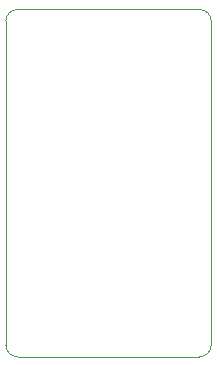
<source format=gbr>
%TF.GenerationSoftware,KiCad,Pcbnew,(6.0.0)*%
%TF.CreationDate,2022-08-06T00:01:33+02:00*%
%TF.ProjectId,bobby-flasher,626f6262-792d-4666-9c61-736865722e6b,rev?*%
%TF.SameCoordinates,Original*%
%TF.FileFunction,Profile,NP*%
%FSLAX46Y46*%
G04 Gerber Fmt 4.6, Leading zero omitted, Abs format (unit mm)*
G04 Created by KiCad (PCBNEW (6.0.0)) date 2022-08-06 00:01:33*
%MOMM*%
%LPD*%
G01*
G04 APERTURE LIST*
%TA.AperFunction,Profile*%
%ADD10C,0.100000*%
%TD*%
G04 APERTURE END LIST*
D10*
X-8700000Y-80000000D02*
X-8700000Y-52600000D01*
X-7700000Y-51600000D02*
G75*
G03*
X-8700000Y-52600000I-1J-999999D01*
G01*
X-8700000Y-80000000D02*
G75*
G03*
X-7700000Y-81000000I999999J-1D01*
G01*
X7700000Y-51600000D02*
X-7700000Y-51600000D01*
X8700000Y-80000000D02*
X8700000Y-52600000D01*
X7700000Y-81000000D02*
X-7700000Y-81000000D01*
X7700000Y-81000000D02*
G75*
G03*
X8700000Y-80000000I1J999999D01*
G01*
X8700000Y-52600000D02*
G75*
G03*
X7700000Y-51600000I-999999J1D01*
G01*
M02*

</source>
